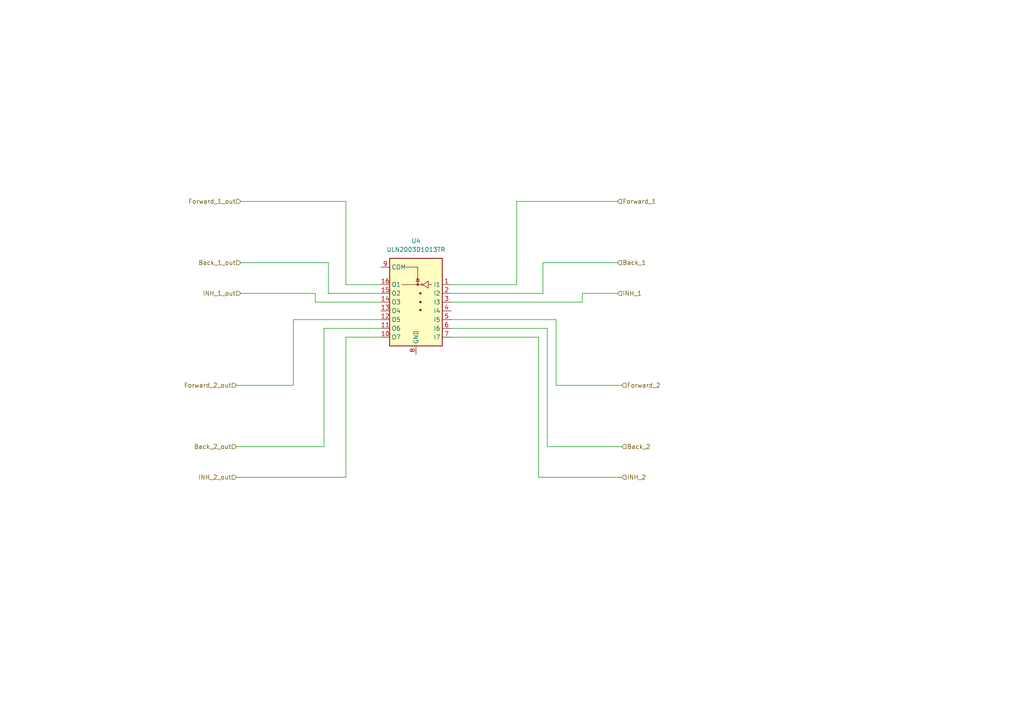
<source format=kicad_sch>
(kicad_sch (version 20230121) (generator eeschema)
  (paper "A4")
  (lib_symbols
    (symbol "Transistor_Array:ULN2003"
      (property "Reference" "U" (at 0 15.875 0))
      (property "Value" "ULN2003" (at 0 13.97 0))
      (symbol "ULN2003_0_1"
        (rectangle (start -7.62 -12.7) (end 7.62 12.7) (stroke (width 0.254)) (fill (type background)))
        (circle (center -1.778 5.08) (radius 0.254))
        (circle (center -1.27 -2.286) (radius 0.254) (fill (type outline)))
        (circle (center -1.27 0) (radius 0.254) (fill (type outline)))
        (circle (center -1.27 2.54) (radius 0.254) (fill (type outline)))
        (circle (center -0.508 5.08) (radius 0.254) (fill (type outline)))
        (polyline (pts (xy -4.572 5.08) (xy -3.556 5.08)))
        (polyline (pts (xy -1.524 5.08) (xy 4.064 5.08)))
        (polyline (pts (xy 0 6.731) (xy -1.016 6.731)))
        (polyline (pts (xy -0.508 5.08) (xy -0.508 10.16) (xy 2.921 10.16)))
        (polyline (pts (xy -3.556 6.096) (xy -3.556 4.064) (xy -2.032 5.08) (xy -3.556 6.096)))
        (polyline (pts (xy 0 5.969) (xy -1.016 5.969) (xy -0.508 6.731) (xy 0 5.969)))
      )
      (symbol "ULN2003_1_1"
        (pin input line (at -10.16 5.08 0) (length 2.54) (name "I1") (number "1"))
        (pin open_collector line (at 10.16 -10.16 180) (length 2.54) (name "O7") (number "10"))
        (pin open_collector line (at 10.16 -7.62 180) (length 2.54) (name "O6") (number "11"))
        (pin open_collector line (at 10.16 -5.08 180) (length 2.54) (name "O5") (number "12"))
        (pin open_collector line (at 10.16 -2.54 180) (length 2.54) (name "O4") (number "13"))
        (pin open_collector line (at 10.16 0 180) (length 2.54) (name "O3") (number "14"))
        (pin open_collector line (at 10.16 2.54 180) (length 2.54) (name "O2") (number "15"))
        (pin open_collector line (at 10.16 5.08 180) (length 2.54) (name "O1") (number "16"))
        (pin input line (at -10.16 2.54 0) (length 2.54) (name "I2") (number "2"))
        (pin input line (at -10.16 0 0) (length 2.54) (name "I3") (number "3"))
        (pin input line (at -10.16 -2.54 0) (length 2.54) (name "I4") (number "4"))
        (pin input line (at -10.16 -5.08 0) (length 2.54) (name "I5") (number "5"))
        (pin input line (at -10.16 -7.62 0) (length 2.54) (name "I6") (number "6"))
        (pin input line (at -10.16 -10.16 0) (length 2.54) (name "I7") (number "7"))
        (pin power_in line (at 0 -15.24 90) (length 2.54) (name "GND") (number "8"))
        (pin passive line (at 10.16 10.16 180) (length 2.54) (name "COM") (number "9"))
      )
    )
  )
  (wire (pts (xy 168.91 87.63) (xy 168.91 85.09)))
  (wire (pts (xy 68.58 129.54) (xy 93.98 129.54)))
  (wire (pts (xy 95.25 85.09) (xy 110.49 85.09)))
  (wire (pts (xy 149.86 58.42) (xy 179.07 58.42)))
  (wire (pts (xy 156.21 138.43) (xy 180.34 138.43)))
  (wire (pts (xy 161.29 111.76) (xy 180.34 111.76)))
  (wire (pts (xy 130.81 87.63) (xy 168.91 87.63)))
  (wire (pts (xy 69.85 58.42) (xy 100.33 58.42)))
  (wire (pts (xy 130.81 85.09) (xy 157.48 85.09)))
  (wire (pts (xy 158.75 95.25) (xy 158.75 129.54)))
  (wire (pts (xy 85.09 111.76) (xy 85.09 92.71)))
  (wire (pts (xy 93.98 129.54) (xy 93.98 95.25)))
  (wire (pts (xy 130.81 82.55) (xy 149.86 82.55)))
  (wire (pts (xy 100.33 97.79) (xy 110.49 97.79)))
  (wire (pts (xy 156.21 97.79) (xy 156.21 138.43)))
  (wire (pts (xy 91.44 85.09) (xy 91.44 87.63)))
  (wire (pts (xy 68.58 138.43) (xy 100.33 138.43)))
  (wire (pts (xy 100.33 82.55) (xy 110.49 82.55)))
  (wire (pts (xy 130.81 95.25) (xy 158.75 95.25)))
  (wire (pts (xy 95.25 76.2) (xy 95.25 85.09)))
  (wire (pts (xy 157.48 85.09) (xy 157.48 76.2)))
  (wire (pts (xy 93.98 95.25) (xy 110.49 95.25)))
  (wire (pts (xy 149.86 82.55) (xy 149.86 58.42)))
  (wire (pts (xy 69.85 85.09) (xy 91.44 85.09)))
  (wire (pts (xy 100.33 58.42) (xy 100.33 82.55)))
  (wire (pts (xy 91.44 87.63) (xy 110.49 87.63)))
  (wire (pts (xy 130.81 97.79) (xy 156.21 97.79)))
  (wire (pts (xy 130.81 92.71) (xy 161.29 92.71)))
  (wire (pts (xy 168.91 85.09) (xy 179.07 85.09)))
  (wire (pts (xy 157.48 76.2) (xy 179.07 76.2)))
  (wire (pts (xy 100.33 138.43) (xy 100.33 97.79)))
  (wire (pts (xy 158.75 129.54) (xy 180.34 129.54)))
  (wire (pts (xy 68.58 111.76) (xy 85.09 111.76)))
  (wire (pts (xy 85.09 92.71) (xy 110.49 92.71)))
  (wire (pts (xy 69.85 76.2) (xy 95.25 76.2)))
  (wire (pts (xy 161.29 92.71) (xy 161.29 111.76)))
  (hierarchical_label "Back_2" (shape input) (at 180.34 129.54 0))
  (hierarchical_label "INH_1" (shape input) (at 179.07 85.09 0))
  (hierarchical_label "Forward_1" (shape input) (at 179.07 58.42 0))
  (hierarchical_label "Back_1" (shape input) (at 179.07 76.2 0))
  (hierarchical_label "Forward_2" (shape input) (at 180.34 111.76 0))
  (hierarchical_label "Forward_1_out" (shape input) (at 69.85 58.42 180))
  (hierarchical_label "Forward_2_out" (shape input) (at 68.58 111.76 180))
  (hierarchical_label "INH_2_out" (shape input) (at 68.58 138.43 180))
  (hierarchical_label "Back_2_out" (shape input) (at 68.58 129.54 180))
  (hierarchical_label "INH_2" (shape input) (at 180.34 138.43 0))
  (hierarchical_label "Back_1_out" (shape input) (at 69.85 76.2 180))
  (hierarchical_label "INH_1_out" (shape input) (at 69.85 85.09 180))
  (symbol (lib_id "Transistor_Array:ULN2003") (at 120.65 87.63 0) (mirror y) (unit 1)
    (property "Reference" "U4" (at 120.65 69.85 0))
    (property "Value" "ULN2003D1013TR" (at 120.65 72.39 0))
    (property "Footprint" "PCM_Package_SO_AKL:SO-16_5.3x10.2mm_P1.27mm" (effects hide))
    (property "Datasheet" "http://www.ti.com/lit/ds/symlink/uln2003a.pdf" (effects hide))
    (instances (project "Плата насосов" (path "" (reference "U4") (unit 1)) (path "" (reference "U9") (unit 1))))
  )
)
</source>
